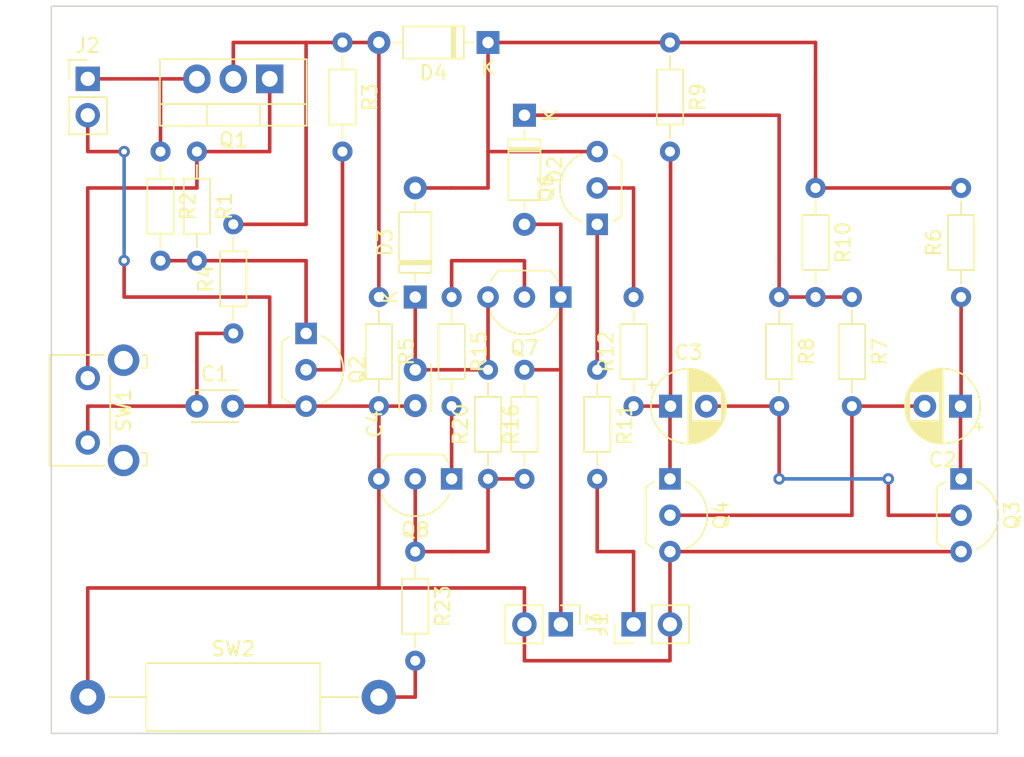
<source format=kicad_pcb>
(kicad_pcb (version 20221018) (generator pcbnew)
  (layers (0 "F.Cu" signal) (31 "B.Cu" signal) (34 "B.Paste" user) (35 "F.Paste" user) (36 "B.SilkS" user "B.Silkscreen") (37 "F.SilkS" user "F.Silkscreen") (38 "B.Mask" user) (39 "F.Mask" user) (44 "Edge.Cuts" user))
  (net 0 "")
  (net 1 "Net-(C1-Pad1)")
  (net 2 "GND")
  (net 3 "Net-(Q3-C)")
  (net 4 "Net-(Q4-B)")
  (net 5 "Net-(Q4-C)")
  (net 6 "Net-(Q3-B)")
  (net 7 "Net-(D3-K)")
  (net 8 "Net-(D2-K)")
  (net 9 "signal")
  (net 10 "Vcc")
  (net 11 "Net-(D4-A)")
  (net 12 "Net-(J1-Pin_1)")
  (net 13 "Net-(Q1-G)")
  (net 14 "Vbat")
  (net 15 "Net-(Q2-C)")
  (net 16 "Net-(Q2-B)")
  (net 17 "Net-(Q6-C)")
  (net 18 "Net-(Q6-B)")
  (net 19 "Net-(Q7-B)")
  (net 20 "Net-(Q8-C)")
  (net 21 "Net-(Q8-B)")
  (net 22 "Net-(R23-Pad2)")
  (footprint "Connector_PinHeader_2.54mm:PinHeader_1x02_P2.54mm_Vertical" (layer "F.Cu") (at 91.44 124.46 90)
    (fp_text reference "J1" (at 0 -2.33 90) (layer "F.SilkS"))
    (fp_text value "LED connector")
    (pad "1" thru_hole rect (at 0 0 90) (size 1.7 1.7) (drill 1) (layers "*.Cu" "*.Mask") (net 12 "Net-(J1-Pin_1)"))
    (pad "2" thru_hole oval (at 0 2.54 90) (size 1.7 1.7) (drill 1) (layers "*.Cu" "*.Mask") (net 2 "GND"))
  )
  (footprint "Button_Switch_THT:SW_Tactile_SKHH_Angled" (layer "F.Cu") (at 53.34 111.76 90)
    (fp_text reference "SW1" (at 2.25 2.5 90) (layer "F.SilkS"))
    (fp_text value "NO")
    (pad "" thru_hole circle (at -1.25 2.5 270) (size 2.2 2.2) (drill 1.3) (layers "*.Cu" "*.Mask"))
    (pad "" thru_hole circle (at 5.75 2.5 270) (size 2.2 2.2) (drill 1.3) (layers "*.Cu" "*.Mask"))
    (pad "1" thru_hole circle (at 0 0 270) (size 1.7 1.7) (drill 1) (layers "*.Cu" "*.Mask") (net 1 "Net-(C1-Pad1)"))
    (pad "2" thru_hole circle (at 4.5 0 270) (size 1.7 1.7) (drill 1) (layers "*.Cu" "*.Mask") (net 13 "Net-(Q1-G)"))
  )
  (footprint "Resistor_THT:R_Axial_DIN0204_L3.6mm_D1.6mm_P7.62mm_Horizontal" (layer "F.Cu") (at 60.96 91.44 -90)
    (fp_text reference "R1" (at 3.81 -1.92 90) (layer "F.SilkS"))
    (fp_text value "47k")
    (pad "1" thru_hole circle (at 0 0 270) (size 1.4 1.4) (drill 0.7) (layers "*.Cu" "*.Mask") (net 13 "Net-(Q1-G)"))
    (pad "2" thru_hole oval (at 7.62 0 270) (size 1.4 1.4) (drill 0.7) (layers "*.Cu" "*.Mask") (net 15 "Net-(Q2-C)"))
  )
  (footprint "Diode_THT:D_DO-35_SOD27_P7.62mm_Horizontal" (layer "F.Cu") (at 81.28 83.82 180)
    (fp_text reference "D4" (at 3.81 -2.12) (layer "F.SilkS"))
    (fp_text value "1N4148")
    (fp_text user "K" (at 0 -1.8) (layer "F.SilkS"))
    (pad "1" thru_hole rect (at 0 0 180) (size 1.6 1.6) (drill 0.8) (layers "*.Cu" "*.Mask") (net 10 "Vcc"))
    (pad "2" thru_hole oval (at 7.62 0 180) (size 1.6 1.6) (drill 0.8) (layers "*.Cu" "*.Mask") (net 11 "Net-(D4-A)"))
  )
  (footprint "Resistor_THT:R_Axial_DIN0204_L3.6mm_D1.6mm_P7.62mm_Horizontal" (layer "F.Cu") (at 58.42 91.44 -90)
    (fp_text reference "R2" (at 3.81 -1.92 90) (layer "F.SilkS"))
    (fp_text value "1M")
    (pad "1" thru_hole circle (at 0 0 270) (size 1.4 1.4) (drill 0.7) (layers "*.Cu" "*.Mask") (net 14 "Vbat"))
    (pad "2" thru_hole oval (at 7.62 0 270) (size 1.4 1.4) (drill 0.7) (layers "*.Cu" "*.Mask") (net 15 "Net-(Q2-C)"))
  )
  (footprint "Resistor_THT:R_Axial_DIN0204_L3.6mm_D1.6mm_P7.62mm_Horizontal" (layer "F.Cu") (at 78.74 101.6 -90)
    (fp_text reference "R15" (at 3.81 -1.92 90) (layer "F.SilkS"))
    (fp_text value "1k")
    (pad "1" thru_hole circle (at 0 0 270) (size 1.4 1.4) (drill 0.7) (layers "*.Cu" "*.Mask") (net 19 "Net-(Q7-B)"))
    (pad "2" thru_hole oval (at 7.62 0 270) (size 1.4 1.4) (drill 0.7) (layers "*.Cu" "*.Mask") (net 20 "Net-(Q8-C)"))
  )
  (footprint "Capacitor_THT:C_Disc_D3.0mm_W2.0mm_P2.50mm" (layer "F.Cu") (at 76.2 106.68 -90)
    (fp_text reference "C4" (at 3.79 2.83 90) (layer "F.SilkS"))
    (fp_text value "220n")
    (pad "1" thru_hole circle (at 0 0 270) (size 1.6 1.6) (drill 0.8) (layers "*.Cu" "*.Mask") (net 7 "Net-(D3-K)"))
    (pad "2" thru_hole circle (at 2.5 0 270) (size 1.6 1.6) (drill 0.8) (layers "*.Cu" "*.Mask") (net 2 "GND"))
  )
  (footprint "Resistor_THT:R_Axial_DIN0204_L3.6mm_D1.6mm_P7.62mm_Horizontal" (layer "F.Cu") (at 101.6 101.6 -90)
    (fp_text reference "R8" (at 3.81 -1.92 90) (layer "F.SilkS"))
    (fp_text value "68k")
    (pad "1" thru_hole circle (at 0 0 270) (size 1.4 1.4) (drill 0.7) (layers "*.Cu" "*.Mask") (net 8 "Net-(D2-K)"))
    (pad "2" thru_hole oval (at 7.62 0 270) (size 1.4 1.4) (drill 0.7) (layers "*.Cu" "*.Mask") (net 6 "Net-(Q3-B)"))
  )
  (footprint "Capacitor_THT:CP_Radial_D5.0mm_P2.50mm" (layer "F.Cu") (at 114.26 109.22 180)
    (fp_text reference "C2" (at 1.25 -3.75) (layer "F.SilkS"))
    (fp_text value "47u")
    (pad "1" thru_hole rect (at 0 0 180) (size 1.6 1.6) (drill 0.8) (layers "*.Cu" "*.Mask") (net 3 "Net-(Q3-C)"))
    (pad "2" thru_hole circle (at 2.5 0 180) (size 1.6 1.6) (drill 0.8) (layers "*.Cu" "*.Mask") (net 4 "Net-(Q4-B)"))
  )
  (footprint "Package_TO_SOT_THT:TO-92L_Inline_Wide" (layer "F.Cu") (at 114.3 114.3 -90)
    (fp_text reference "Q3" (at 2.54 -3.56 90) (layer "F.SilkS"))
    (fp_text value "BC547")
    (pad "1" thru_hole rect (at 0 0 270) (size 1.5 1.5) (drill 0.8) (layers "*.Cu" "*.Mask") (net 3 "Net-(Q3-C)"))
    (pad "2" thru_hole circle (at 2.54 0 270) (size 1.5 1.5) (drill 0.8) (layers "*.Cu" "*.Mask") (net 6 "Net-(Q3-B)"))
    (pad "3" thru_hole circle (at 5.08 0 270) (size 1.5 1.5) (drill 0.8) (layers "*.Cu" "*.Mask") (net 2 "GND"))
  )
  (footprint "Resistor_THT:R_Axial_DIN0204_L3.6mm_D1.6mm_P7.62mm_Horizontal" (layer "F.Cu") (at 93.98 83.82 -90)
    (fp_text reference "R9" (at 3.81 -1.92 90) (layer "F.SilkS"))
    (fp_text value "10k")
    (pad "1" thru_hole circle (at 0 0 270) (size 1.4 1.4) (drill 0.7) (layers "*.Cu" "*.Mask") (net 10 "Vcc"))
    (pad "2" thru_hole oval (at 7.62 0 270) (size 1.4 1.4) (drill 0.7) (layers "*.Cu" "*.Mask") (net 5 "Net-(Q4-C)"))
  )
  (footprint "Resistor_THT:R_Axial_DIN0204_L3.6mm_D1.6mm_P7.62mm_Horizontal" (layer "F.Cu") (at 104.14 93.98 -90)
    (fp_text reference "R10" (at 3.81 -1.92 90) (layer "F.SilkS"))
    (fp_text value "220k")
    (pad "1" thru_hole circle (at 0 0 270) (size 1.4 1.4) (drill 0.7) (layers "*.Cu" "*.Mask") (net 10 "Vcc"))
    (pad "2" thru_hole oval (at 7.62 0 270) (size 1.4 1.4) (drill 0.7) (layers "*.Cu" "*.Mask") (net 8 "Net-(D2-K)"))
  )
  (footprint "Package_TO_SOT_THT:TO-92_Inline_Wide" (layer "F.Cu") (at 86.36 101.6 180)
    (fp_text reference "Q7" (at 2.54 -3.56) (layer "F.SilkS"))
    (fp_text value "BC557")
    (pad "1" thru_hole rect (at 0 0 180) (size 1.5 1.5) (drill 0.8) (layers "*.Cu" "*.Mask") (net 9 "signal"))
    (pad "2" thru_hole circle (at 2.54 0 180) (size 1.5 1.5) (drill 0.8) (layers "*.Cu" "*.Mask") (net 19 "Net-(Q7-B)"))
    (pad "3" thru_hole circle (at 5.08 0 180) (size 1.5 1.5) (drill 0.8) (layers "*.Cu" "*.Mask") (net 7 "Net-(D3-K)"))
  )
  (footprint "Diode_THT:D_DO-35_SOD27_P7.62mm_Horizontal" (layer "F.Cu") (at 76.2 101.6 90)
    (fp_text reference "D3" (at 3.81 -2.12 90) (layer "F.SilkS"))
    (fp_text value "1N4148")
    (fp_text user "K" (at 0 -1.8 90) (layer "F.SilkS"))
    (pad "1" thru_hole rect (at 0 0 90) (size 1.6 1.6) (drill 0.8) (layers "*.Cu" "*.Mask") (net 7 "Net-(D3-K)"))
    (pad "2" thru_hole oval (at 7.62 0 90) (size 1.6 1.6) (drill 0.8) (layers "*.Cu" "*.Mask") (net 10 "Vcc"))
  )
  (footprint "Connector_PinHeader_2.54mm:PinHeader_1x02_P2.54mm_Vertical" (layer "F.Cu") (at 53.34 86.36)
    (fp_text reference "J2" (at 0 -2.33) (layer "F.SilkS"))
    (fp_text value "Battery")
    (pad "1" thru_hole rect (at 0 0) (size 1.7 1.7) (drill 1) (layers "*.Cu" "*.Mask") (net 14 "Vbat"))
    (pad "2" thru_hole oval (at 0 2.54) (size 1.7 1.7) (drill 1) (layers "*.Cu" "*.Mask") (net 2 "GND"))
  )
  (footprint "Package_TO_SOT_THT:TO-92L_Inline_Wide" (layer "F.Cu") (at 68.58 104.14 -90)
    (fp_text reference "Q2" (at 2.54 -3.56 90) (layer "F.SilkS"))
    (fp_text value "BC547")
    (pad "1" thru_hole rect (at 0 0 270) (size 1.5 1.5) (drill 0.8) (layers "*.Cu" "*.Mask") (net 15 "Net-(Q2-C)"))
    (pad "2" thru_hole circle (at 2.54 0 270) (size 1.5 1.5) (drill 0.8) (layers "*.Cu" "*.Mask") (net 16 "Net-(Q2-B)"))
    (pad "3" thru_hole circle (at 5.08 0 270) (size 1.5 1.5) (drill 0.8) (layers "*.Cu" "*.Mask") (net 2 "GND"))
  )
  (footprint "Package_TO_SOT_THT:TO-92L_Inline_Wide" (layer "F.Cu") (at 93.98 114.3 -90)
    (fp_text reference "Q4" (at 2.54 -3.56 90) (layer "F.SilkS"))
    (fp_text value "BC547")
    (pad "1" thru_hole rect (at 0 0 270) (size 1.5 1.5) (drill 0.8) (layers "*.Cu" "*.Mask") (net 5 "Net-(Q4-C)"))
    (pad "2" thru_hole circle (at 2.54 0 270) (size 1.5 1.5) (drill 0.8) (layers "*.Cu" "*.Mask") (net 4 "Net-(Q4-B)"))
    (pad "3" thru_hole circle (at 5.08 0 270) (size 1.5 1.5) (drill 0.8) (layers "*.Cu" "*.Mask") (net 2 "GND"))
  )
  (footprint "Connector_PinHeader_2.54mm:PinHeader_1x02_P2.54mm_Vertical" (layer "F.Cu") (at 86.36 124.46 -90)
    (fp_text reference "J3" (at 0 -2.33 90) (layer "F.SilkS"))
    (fp_text value "Signal")
    (pad "1" thru_hole rect (at 0 0 270) (size 1.7 1.7) (drill 1) (layers "*.Cu" "*.Mask") (net 9 "signal"))
    (pad "2" thru_hole oval (at 0 2.54 270) (size 1.7 1.7) (drill 1) (layers "*.Cu" "*.Mask") (net 2 "GND"))
  )
  (footprint "Package_TO_SOT_THT:TO-220-3_Vertical" (layer "F.Cu") (at 66.04 86.36 180)
    (fp_text reference "Q1" (at 2.54 -4.27) (layer "F.SilkS"))
    (fp_text value "IRF9240")
    (pad "1" thru_hole rect (at 0 0 180) (size 1.905 2) (drill 1.1) (layers "*.Cu" "*.Mask") (net 13 "Net-(Q1-G)"))
    (pad "2" thru_hole oval (at 2.54 0 180) (size 1.905 2) (drill 1.1) (layers "*.Cu" "*.Mask") (net 11 "Net-(D4-A)"))
    (pad "3" thru_hole oval (at 5.08 0 180) (size 1.905 2) (drill 1.1) (layers "*.Cu" "*.Mask") (net 14 "Vbat"))
  )
  (footprint "Resistor_THT:R_Axial_DIN0204_L3.6mm_D1.6mm_P7.62mm_Horizontal" (layer "F.Cu") (at 114.3 101.6 90)
    (fp_text reference "R6" (at 3.81 -1.92 90) (layer "F.SilkS"))
    (fp_text value "10k")
    (pad "1" thru_hole circle (at 0 0 90) (size 1.4 1.4) (drill 0.7) (layers "*.Cu" "*.Mask") (net 3 "Net-(Q3-C)"))
    (pad "2" thru_hole oval (at 7.62 0 90) (size 1.4 1.4) (drill 0.7) (layers "*.Cu" "*.Mask") (net 10 "Vcc"))
  )
  (footprint "Resistor_THT:R_Axial_DIN0204_L3.6mm_D1.6mm_P7.62mm_Horizontal" (layer "F.Cu") (at 81.28 114.3 90)
    (fp_text reference "R20" (at 3.81 -1.92 90) (layer "F.SilkS"))
    (fp_text value "1M")
    (pad "1" thru_hole circle (at 0 0 90) (size 1.4 1.4) (drill 0.7) (layers "*.Cu" "*.Mask") (net 21 "Net-(Q8-B)"))
    (pad "2" thru_hole oval (at 7.62 0 90) (size 1.4 1.4) (drill 0.7) (layers "*.Cu" "*.Mask") (net 7 "Net-(D3-K)"))
  )
  (footprint "Resistor_THT:R_Axial_DIN0204_L3.6mm_D1.6mm_P7.62mm_Horizontal" (layer "F.Cu") (at 71.12 83.82 -90)
    (fp_text reference "R3" (at 3.81 -1.92 90) (layer "F.SilkS"))
    (fp_text value "100k")
    (pad "1" thru_hole circle (at 0 0 270) (size 1.4 1.4) (drill 0.7) (layers "*.Cu" "*.Mask") (net 11 "Net-(D4-A)"))
    (pad "2" thru_hole oval (at 7.62 0 270) (size 1.4 1.4) (drill 0.7) (layers "*.Cu" "*.Mask") (net 16 "Net-(Q2-B)"))
  )
  (footprint "Capacitor_THT:CP_Radial_D5.0mm_P2.50mm" (layer "F.Cu") (at 94.02 109.22)
    (fp_text reference "C3" (at 1.25 -3.75) (layer "F.SilkS"))
    (fp_text value "47u")
    (pad "1" thru_hole rect (at 0 0) (size 1.6 1.6) (drill 0.8) (layers "*.Cu" "*.Mask") (net 5 "Net-(Q4-C)"))
    (pad "2" thru_hole circle (at 2.5 0) (size 1.6 1.6) (drill 0.8) (layers "*.Cu" "*.Mask") (net 6 "Net-(Q3-B)"))
  )
  (footprint "Resistor_THT:R_Axial_DIN0204_L3.6mm_D1.6mm_P7.62mm_Horizontal" (layer "F.Cu") (at 63.5 104.14 90)
    (fp_text reference "R4" (at 3.81 -1.92 90) (layer "F.SilkS"))
    (fp_text value "560k")
    (pad "1" thru_hole circle (at 0 0 90) (size 1.4 1.4) (drill 0.7) (layers "*.Cu" "*.Mask") (net 1 "Net-(C1-Pad1)"))
    (pad "2" thru_hole oval (at 7.62 0 90) (size 1.4 1.4) (drill 0.7) (layers "*.Cu" "*.Mask") (net 11 "Net-(D4-A)"))
  )
  (footprint "Diode_THT:D_DO-35_SOD27_P7.62mm_Horizontal" (layer "F.Cu") (at 83.82 88.9 -90)
    (fp_text reference "D2" (at 3.81 -2.12 -270) (layer "F.SilkS"))
    (fp_text value "1N4148")
    (fp_text user "K" (at 0 -1.8 -270) (layer "F.SilkS"))
    (pad "1" thru_hole rect (at 0 0 270) (size 1.6 1.6) (drill 0.8) (layers "*.Cu" "*.Mask") (net 8 "Net-(D2-K)"))
    (pad "2" thru_hole oval (at 7.62 0 270) (size 1.6 1.6) (drill 0.8) (layers "*.Cu" "*.Mask") (net 9 "signal"))
  )
  (footprint "Resistor_THT:R_Axial_DIN0204_L3.6mm_D1.6mm_P7.62mm_Horizontal" (layer "F.Cu") (at 91.44 109.22 90)
    (fp_text reference "R12" (at 3.81 -1.92 90) (layer "F.SilkS"))
    (fp_text value "1k")
    (pad "1" thru_hole circle (at 0 0 90) (size 1.4 1.4) (drill 0.7) (layers "*.Cu" "*.Mask") (net 5 "Net-(Q4-C)"))
    (pad "2" thru_hole oval (at 7.62 0 90) (size 1.4 1.4) (drill 0.7) (layers "*.Cu" "*.Mask") (net 18 "Net-(Q6-B)"))
  )
  (footprint "Resistor_THT:R_Axial_DIN0204_L3.6mm_D1.6mm_P7.62mm_Horizontal" (layer "F.Cu") (at 76.2 119.38 -90)
    (fp_text reference "R23" (at 3.81 -1.92 90) (layer "F.SilkS"))
    (fp_text value "2.2k")
    (pad "1" thru_hole circle (at 0 0 270) (size 1.4 1.4) (drill 0.7) (layers "*.Cu" "*.Mask") (net 21 "Net-(Q8-B)"))
    (pad "2" thru_hole oval (at 7.62 0 270) (size 1.4 1.4) (drill 0.7) (layers "*.Cu" "*.Mask") (net 22 "Net-(R23-Pad2)"))
  )
  (footprint "Package_TO_SOT_THT:TO-92L_Inline_Wide" (layer "F.Cu") (at 88.9 96.52 90)
    (fp_text reference "Q6" (at 2.54 -3.56 90) (layer "F.SilkS"))
    (fp_text value "BC557")
    (pad "1" thru_hole rect (at 0 0 90) (size 1.5 1.5) (drill 0.8) (layers "*.Cu" "*.Mask") (net 17 "Net-(Q6-C)"))
    (pad "2" thru_hole circle (at 2.54 0 90) (size 1.5 1.5) (drill 0.8) (layers "*.Cu" "*.Mask") (net 18 "Net-(Q6-B)"))
    (pad "3" thru_hole circle (at 5.08 0 90) (size 1.5 1.5) (drill 0.8) (layers "*.Cu" "*.Mask") (net 10 "Vcc"))
  )
  (footprint "Resistor_THT:R_Axial_DIN0204_L3.6mm_D1.6mm_P7.62mm_Horizontal" (layer "F.Cu") (at 106.68 101.6 -90)
    (fp_text reference "R7" (at 3.81 -1.92 90) (layer "F.SilkS"))
    (fp_text value "33k")
    (pad "1" thru_hole circle (at 0 0 270) (size 1.4 1.4) (drill 0.7) (layers "*.Cu" "*.Mask") (net 8 "Net-(D2-K)"))
    (pad "2" thru_hole oval (at 7.62 0 270) (size 1.4 1.4) (drill 0.7) (layers "*.Cu" "*.Mask") (net 4 "Net-(Q4-B)"))
  )
  (footprint "Package_TO_SOT_THT:TO-92L_Inline_Wide" (layer "F.Cu") (at 78.74 114.3 180)
    (fp_text reference "Q8" (at 2.54 -3.56) (layer "F.SilkS"))
    (fp_text value "BC547")
    (pad "1" thru_hole rect (at 0 0 180) (size 1.5 1.5) (drill 0.8) (layers "*.Cu" "*.Mask") (net 20 "Net-(Q8-C)"))
    (pad "2" thru_hole circle (at 2.54 0 180) (size 1.5 1.5) (drill 0.8) (layers "*.Cu" "*.Mask") (net 21 "Net-(Q8-B)"))
    (pad "3" thru_hole circle (at 5.08 0 180) (size 1.5 1.5) (drill 0.8) (layers "*.Cu" "*.Mask") (net 2 "GND"))
  )
  (footprint "Resistor_THT:R_Axial_DIN0204_L3.6mm_D1.6mm_P7.62mm_Horizontal" (layer "F.Cu") (at 83.82 114.3 90)
    (fp_text reference "R16" (at 3.81 -0.92 90) (layer "F.SilkS"))
    (fp_text value "10k")
    (pad "1" thru_hole circle (at 0 0 90) (size 1.4 1.4) (drill 0.7) (layers "*.Cu" "*.Mask") (net 21 "Net-(Q8-B)"))
    (pad "2" thru_hole oval (at 7.62 0 90) (size 1.4 1.4) (drill 0.7) (layers "*.Cu" "*.Mask") (net 9 "signal"))
  )
  (footprint "Resistor_THT:R_Axial_DIN0414_L11.9mm_D4.5mm_P20.32mm_Horizontal" (layer "F.Cu") (at 53.34 129.54)
    (fp_text reference "SW2" (at 10.16 -3.37) (layer "F.SilkS"))
    (fp_text value "NC")
    (pad "1" thru_hole circle (at 0 0) (size 2.4 2.4) (drill 1.2) (layers "*.Cu" "*.Mask") (net 2 "GND"))
    (pad "2" thru_hole oval (at 20.32 0) (size 2.4 2.4) (drill 1.2) (layers "*.Cu" "*.Mask") (net 22 "Net-(R23-Pad2)"))
  )
  (footprint "Resistor_THT:R_Axial_DIN0204_L3.6mm_D1.6mm_P7.62mm_Horizontal" (layer "F.Cu") (at 88.9 106.68 -90)
    (fp_text reference "R11" (at 3.81 -1.92 90) (layer "F.SilkS"))
    (fp_text value "330")
    (pad "1" thru_hole circle (at 0 0 270) (size 1.4 1.4) (drill 0.7) (layers "*.Cu" "*.Mask") (net 17 "Net-(Q6-C)"))
    (pad "2" thru_hole oval (at 7.62 0 270) (size 1.4 1.4) (drill 0.7) (layers "*.Cu" "*.Mask") (net 12 "Net-(J1-Pin_1)"))
  )
  (footprint "Capacitor_THT:C_Disc_D3.0mm_W2.0mm_P2.50mm" (layer "F.Cu") (at 60.96 109.22)
    (fp_text reference "C1" (at 1.25 -2.25) (layer "F.SilkS"))
    (fp_text value "1uF")
    (pad "1" thru_hole circle (at 0 0) (size 1.6 1.6) (drill 0.8) (layers "*.Cu" "*.Mask") (net 1 "Net-(C1-Pad1)"))
    (pad "2" thru_hole circle (at 2.5 0) (size 1.6 1.6) (drill 0.8) (layers "*.Cu" "*.Mask") (net 2 "GND"))
  )
  (footprint "Resistor_THT:R_Axial_DIN0204_L3.6mm_D1.6mm_P7.62mm_Horizontal" (layer "F.Cu") (at 73.66 101.6 -90)
    (fp_text reference "R5" (at 3.81 -1.92 90) (layer "F.SilkS"))
    (fp_text value "47k")
    (pad "1" thru_hole circle (at 0 0 270) (size 1.4 1.4) (drill 0.7) (layers "*.Cu" "*.Mask") (net 11 "Net-(D4-A)"))
    (pad "2" thru_hole oval (at 7.62 0 270) (size 1.4 1.4) (drill 0.7) (layers "*.Cu" "*.Mask") (net 2 "GND"))
  )
  (gr_rect (start 50.8 81.28) (end 116.84 132.08) (stroke (width 0.1)) (fill none) (layer "Edge.Cuts"))
  (segment (start 53.34 109.22) (end 53.34 111.76) (width 0.25) (layer "F.Cu") (net 1))
  (segment (start 60.96 109.22) (end 53.34 109.22) (width 0.25) (layer "F.Cu") (net 1))
  (segment (start 60.96 109.22) (end 60.96 104.14) (width 0.25) (layer "F.Cu") (net 1))
  (segment (start 60.96 104.14) (end 63.5 104.14) (width 0.25) (layer "F.Cu") (net 1))
  (segment (start 55.88 99.06) (end 55.88 101.6) (width 0.25) (layer "F.Cu") (net 2))
  (segment (start 73.66 114.3) (end 73.66 109.22) (width 0.25) (layer "F.Cu") (net 2))
  (segment (start 66.04 101.6) (end 66.04 109.22) (width 0.25) (layer "F.Cu") (net 2))
  (segment (start 73.66 109.22) (end 76.16 109.22) (width 0.25) (layer "F.Cu") (net 2))
  (segment (start 55.88 101.6) (end 66.04 101.6) (width 0.25) (layer "F.Cu") (net 2))
  (segment (start 93.98 127) (end 93.98 124.46) (width 0.25) (layer "F.Cu") (net 2))
  (segment (start 73.66 114.3) (end 73.66 121.92) (width 0.25) (layer "F.Cu") (net 2))
  (segment (start 93.98 119.38) (end 114.3 119.38) (width 0.25) (layer "F.Cu") (net 2))
  (segment (start 73.66 121.92) (end 53.34 121.92) (width 0.25) (layer "F.Cu") (net 2))
  (segment (start 66.04 109.22) (end 68.58 109.22) (width 0.25) (layer "F.Cu") (net 2))
  (segment (start 83.82 121.92) (end 73.66 121.92) (width 0.25) (layer "F.Cu") (net 2))
  (segment (start 83.82 124.46) (end 83.82 127) (width 0.25) (layer "F.Cu") (net 2))
  (segment (start 53.34 88.9) (end 53.34 91.44) (width 0.25) (layer "F.Cu") (net 2))
  (segment (start 53.34 91.44) (end 55.88 91.44) (width 0.25) (layer "F.Cu") (net 2))
  (segment (start 63.46 109.22) (end 68.58 109.22) (width 0.25) (layer "F.Cu") (net 2))
  (segment (start 76.16 109.22) (end 76.2 109.18) (width 0.25) (layer "F.Cu") (net 2))
  (segment (start 83.82 127) (end 93.98 127) (width 0.25) (layer "F.Cu") (net 2))
  (segment (start 53.34 121.92) (end 53.34 129.54) (width 0.25) (layer "F.Cu") (net 2))
  (segment (start 73.66 109.22) (end 68.58 109.22) (width 0.25) (layer "F.Cu") (net 2))
  (segment (start 83.82 124.46) (end 83.82 121.92) (width 0.25) (layer "F.Cu") (net 2))
  (segment (start 93.98 124.46) (end 93.98 119.38) (width 0.25) (layer "F.Cu") (net 2))
  (via (at 55.88 91.44) (size 0.8) (drill 0.4) (layers "F.Cu" "B.Cu") (net 2))
  (via (at 55.88 99.06) (size 0.8) (drill 0.4) (layers "F.Cu" "B.Cu") (net 2))
  (segment (start 55.88 91.44) (end 55.88 99.06) (width 0.25) (layer "B.Cu") (net 2))
  (segment (start 114.3 101.6) (end 114.3 109.18) (width 0.25) (layer "F.Cu") (net 3))
  (segment (start 114.3 109.18) (end 114.26 109.22) (width 0.25) (layer "F.Cu") (net 3))
  (segment (start 114.26 114.26) (end 114.3 114.3) (width 0.25) (layer "F.Cu") (net 3))
  (segment (start 114.26 109.22) (end 114.26 114.26) (width 0.25) (layer "F.Cu") (net 3))
  (segment (start 106.68 109.22) (end 111.76 109.22) (width 0.25) (layer "F.Cu") (net 4))
  (segment (start 93.98 116.84) (end 106.68 116.84) (width 0.25) (layer "F.Cu") (net 4))
  (segment (start 106.68 116.84) (end 106.68 109.22) (width 0.25) (layer "F.Cu") (net 4))
  (segment (start 94.02 91.48) (end 93.98 91.44) (width 0.25) (layer "F.Cu") (net 5))
  (segment (start 91.44 109.22) (end 94.02 109.22) (width 0.25) (layer "F.Cu") (net 5))
  (segment (start 93.98 109.26) (end 94.02 109.22) (width 0.25) (layer "F.Cu") (net 5))
  (segment (start 94.02 109.22) (end 94.02 91.48) (width 0.25) (layer "F.Cu") (net 5))
  (segment (start 93.98 114.3) (end 93.98 109.26) (width 0.25) (layer "F.Cu") (net 5))
  (segment (start 109.22 114.3) (end 109.22 116.84) (width 0.25) (layer "F.Cu") (net 6))
  (segment (start 101.6 109.22) (end 96.52 109.22) (width 0.25) (layer "F.Cu") (net 6))
  (segment (start 109.22 116.84) (end 114.3 116.84) (width 0.25) (layer "F.Cu") (net 6))
  (segment (start 101.6 109.22) (end 101.6 114.3) (width 0.25) (layer "F.Cu") (net 6))
  (via (at 101.6 114.3) (size 0.8) (drill 0.4) (layers "F.Cu" "B.Cu") (net 6))
  (via (at 109.22 114.3) (size 0.8) (drill 0.4) (layers "F.Cu" "B.Cu") (net 6))
  (segment (start 101.6 114.3) (end 109.22 114.3) (width 0.25) (layer "B.Cu") (net 6))
  (segment (start 76.2 106.68) (end 76.2 101.6) (width 0.25) (layer "F.Cu") (net 7))
  (segment (start 76.2 106.68) (end 81.28 106.68) (width 0.25) (layer "F.Cu") (net 7))
  (segment (start 81.28 106.68) (end 81.28 101.6) (width 0.25) (layer "F.Cu") (net 7))
  (segment (start 101.6 101.6) (end 101.6 99.06) (width 0.25) (layer "F.Cu") (net 8))
  (segment (start 101.6 101.6) (end 104.14 101.6) (width 0.25) (layer "F.Cu") (net 8))
  (segment (start 104.14 101.6) (end 106.68 101.6) (width 0.25) (layer "F.Cu") (net 8))
  (segment (start 101.6 88.9) (end 101.6 99.06) (width 0.25) (layer "F.Cu") (net 8))
  (segment (start 83.82 88.9) (end 101.6 88.9) (width 0.25) (layer "F.Cu") (net 8))
  (segment (start 86.36 116.84) (end 86.36 101.6) (width 0.25) (layer "F.Cu") (net 9))
  (segment (start 86.36 96.52) (end 83.82 96.52) (width 0.25) (layer "F.Cu") (net 9))
  (segment (start 83.82 106.68) (end 86.36 106.68) (width 0.25) (layer "F.Cu") (net 9))
  (segment (start 86.36 96.52) (end 86.36 101.6) (width 0.25) (layer "F.Cu") (net 9))
  (segment (start 86.36 124.46) (end 86.36 116.84) (width 0.25) (layer "F.Cu") (net 9))
  (segment (start 93.98 83.82) (end 81.28 83.82) (width 0.25) (layer "F.Cu") (net 10))
  (segment (start 76.2 93.98) (end 78.74 93.98) (width 0.25) (layer "F.Cu") (net 10))
  (segment (start 104.14 93.98) (end 114.3 93.98) (width 0.25) (layer "F.Cu") (net 10))
  (segment (start 81.28 91.44) (end 81.28 83.82) (width 0.25) (layer "F.Cu") (net 10))
  (segment (start 81.28 93.98) (end 78.74 93.98) (width 0.25) (layer "F.Cu") (net 10))
  (segment (start 88.9 91.44) (end 81.28 91.44) (width 0.25) (layer "F.Cu") (net 10))
  (segment (start 104.14 83.82) (end 104.14 86.36) (width 0.25) (layer "F.Cu") (net 10))
  (segment (start 93.98 83.82) (end 104.14 83.82) (width 0.25) (layer "F.Cu") (net 10))
  (segment (start 81.28 93.98) (end 81.28 91.44) (width 0.25) (layer "F.Cu") (net 10))
  (segment (start 104.14 86.36) (end 104.14 93.98) (width 0.25) (layer "F.Cu") (net 10))
  (segment (start 73.66 83.82) (end 71.12 83.82) (width 0.25) (layer "F.Cu") (net 11))
  (segment (start 63.5 83.82) (end 68.58 83.82) (width 0.25) (layer "F.Cu") (net 11))
  (segment (start 68.58 96.52) (end 68.58 83.82) (width 0.25) (layer "F.Cu") (net 11))
  (segment (start 73.66 101.6) (end 73.66 83.82) (width 0.25) (layer "F.Cu") (net 11))
  (segment (start 63.5 86.36) (end 63.5 83.82) (width 0.25) (layer "F.Cu") (net 11))
  (segment (start 63.5 96.52) (end 68.58 96.52) (width 0.25) (layer "F.Cu") (net 11))
  (segment (start 68.58 83.82) (end 71.12 83.82) (width 0.25) (layer "F.Cu") (net 11))
  (segment (start 91.44 124.46) (end 91.44 119.38) (width 0.25) (layer "F.Cu") (net 12))
  (segment (start 91.44 119.38) (end 88.9 119.38) (width 0.25) (layer "F.Cu") (net 12))
  (segment (start 88.9 114.3) (end 88.9 119.38) (width 0.25) (layer "F.Cu") (net 12))
  (segment (start 60.96 93.98) (end 53.34 93.98) (width 0.25) (layer "F.Cu") (net 13))
  (segment (start 66.04 86.36) (end 66.04 91.44) (width 0.25) (layer "F.Cu") (net 13))
  (segment (start 66.04 91.44) (end 60.96 91.44) (width 0.25) (layer "F.Cu") (net 13))
  (segment (start 60.96 91.44) (end 60.96 93.98) (width 0.25) (layer "F.Cu") (net 13))
  (segment (start 53.34 107.26) (end 53.34 93.98) (width 0.25) (layer "F.Cu") (net 13))
  (segment (start 60.96 86.36) (end 53.34 86.36) (width 0.25) (layer "F.Cu") (net 14))
  (segment (start 58.42 91.44) (end 58.42 86.36) (width 0.25) (layer "F.Cu") (net 14))
  (segment (start 63.5 99.06) (end 68.58 99.06) (width 0.25) (layer "F.Cu") (net 15))
  (segment (start 58.42 99.06) (end 63.5 99.06) (width 0.25) (layer "F.Cu") (net 15))
  (segment (start 68.58 99.06) (end 68.58 104.14) (width 0.25) (layer "F.Cu") (net 15))
  (segment (start 71.12 91.44) (end 71.12 106.68) (width 0.25) (layer "F.Cu") (net 16))
  (segment (start 71.12 106.68) (end 68.58 106.68) (width 0.25) (layer "F.Cu") (net 16))
  (segment (start 88.9 96.52) (end 88.9 106.68) (width 0.25) (layer "F.Cu") (net 17))
  (segment (start 91.44 93.98) (end 88.9 93.98) (width 0.25) (layer "F.Cu") (net 18))
  (segment (start 91.44 101.6) (end 91.44 93.98) (width 0.25) (layer "F.Cu") (net 18))
  (segment (start 78.74 101.6) (end 78.74 99.06) (width 0.25) (layer "F.Cu") (net 19))
  (segment (start 78.74 99.06) (end 83.82 99.06) (width 0.25) (layer "F.Cu") (net 19))
  (segment (start 83.82 99.06) (end 83.82 101.6) (width 0.25) (layer "F.Cu") (net 19))
  (segment (start 78.74 114.3) (end 78.74 109.22) (width 0.25) (layer "F.Cu") (net 20))
  (segment (start 76.2 119.38) (end 76.2 114.3) (width 0.25) (layer "F.Cu") (net 21))
  (segment (start 83.82 114.3) (end 81.28 114.3) (width 0.25) (layer "F.Cu") (net 21))
  (segment (start 81.28 119.38) (end 78.74 119.38) (width 0.25) (layer "F.Cu") (net 21))
  (segment (start 81.28 114.3) (end 81.28 119.38) (width 0.25) (layer "F.Cu") (net 21))
  (segment (start 76.2 119.38) (end 78.74 119.38) (width 0.25) (layer "F.Cu") (net 21))
  (segment (start 76.2 127) (end 76.2 129.54) (width 0.25) (layer "F.Cu") (net 22))
  (segment (start 76.2 129.54) (end 73.66 129.54) (width 0.25) (layer "F.Cu") (net 22))
)
</source>
